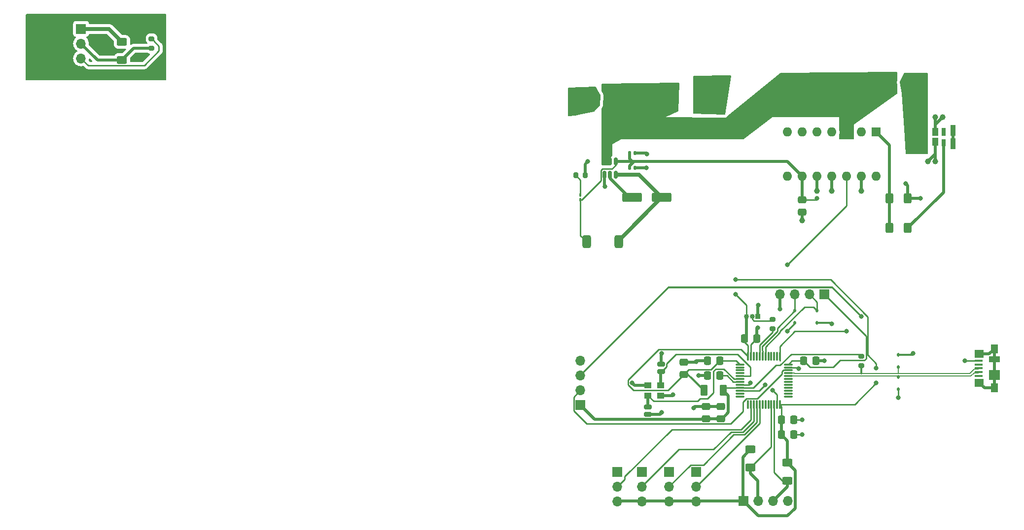
<source format=gbr>
%TF.GenerationSoftware,KiCad,Pcbnew,7.0.8*%
%TF.CreationDate,2025-04-12T00:46:53+05:30*%
%TF.ProjectId,hardware assignement,68617264-7761-4726-9520-61737369676e,rev?*%
%TF.SameCoordinates,Original*%
%TF.FileFunction,Copper,L1,Top*%
%TF.FilePolarity,Positive*%
%FSLAX46Y46*%
G04 Gerber Fmt 4.6, Leading zero omitted, Abs format (unit mm)*
G04 Created by KiCad (PCBNEW 7.0.8) date 2025-04-12 00:46:53*
%MOMM*%
%LPD*%
G01*
G04 APERTURE LIST*
G04 Aperture macros list*
%AMRoundRect*
0 Rectangle with rounded corners*
0 $1 Rounding radius*
0 $2 $3 $4 $5 $6 $7 $8 $9 X,Y pos of 4 corners*
0 Add a 4 corners polygon primitive as box body*
4,1,4,$2,$3,$4,$5,$6,$7,$8,$9,$2,$3,0*
0 Add four circle primitives for the rounded corners*
1,1,$1+$1,$2,$3*
1,1,$1+$1,$4,$5*
1,1,$1+$1,$6,$7*
1,1,$1+$1,$8,$9*
0 Add four rect primitives between the rounded corners*
20,1,$1+$1,$2,$3,$4,$5,0*
20,1,$1+$1,$4,$5,$6,$7,0*
20,1,$1+$1,$6,$7,$8,$9,0*
20,1,$1+$1,$8,$9,$2,$3,0*%
G04 Aperture macros list end*
%TA.AperFunction,ComponentPad*%
%ADD10O,1.700000X1.700000*%
%TD*%
%TA.AperFunction,ComponentPad*%
%ADD11R,1.700000X1.700000*%
%TD*%
%TA.AperFunction,SMDPad,CuDef*%
%ADD12R,1.550000X1.425000*%
%TD*%
%TA.AperFunction,SMDPad,CuDef*%
%ADD13R,1.900000X1.000000*%
%TD*%
%TA.AperFunction,SMDPad,CuDef*%
%ADD14R,1.300000X1.650000*%
%TD*%
%TA.AperFunction,SMDPad,CuDef*%
%ADD15R,1.900000X1.800000*%
%TD*%
%TA.AperFunction,SMDPad,CuDef*%
%ADD16R,1.380000X0.450000*%
%TD*%
%TA.AperFunction,SMDPad,CuDef*%
%ADD17RoundRect,0.250000X0.625000X-0.400000X0.625000X0.400000X-0.625000X0.400000X-0.625000X-0.400000X0*%
%TD*%
%TA.AperFunction,SMDPad,CuDef*%
%ADD18RoundRect,0.250000X-0.475000X0.337500X-0.475000X-0.337500X0.475000X-0.337500X0.475000X0.337500X0*%
%TD*%
%TA.AperFunction,SMDPad,CuDef*%
%ADD19RoundRect,0.250000X0.475000X-0.337500X0.475000X0.337500X-0.475000X0.337500X-0.475000X-0.337500X0*%
%TD*%
%TA.AperFunction,SMDPad,CuDef*%
%ADD20RoundRect,0.200000X-0.275000X0.200000X-0.275000X-0.200000X0.275000X-0.200000X0.275000X0.200000X0*%
%TD*%
%TA.AperFunction,SMDPad,CuDef*%
%ADD21RoundRect,0.250000X-0.400000X-0.625000X0.400000X-0.625000X0.400000X0.625000X-0.400000X0.625000X0*%
%TD*%
%TA.AperFunction,SMDPad,CuDef*%
%ADD22RoundRect,0.250000X-0.625000X0.400000X-0.625000X-0.400000X0.625000X-0.400000X0.625000X0.400000X0*%
%TD*%
%TA.AperFunction,SMDPad,CuDef*%
%ADD23RoundRect,0.375000X0.375000X0.725000X-0.375000X0.725000X-0.375000X-0.725000X0.375000X-0.725000X0*%
%TD*%
%TA.AperFunction,ComponentPad*%
%ADD24C,2.400000*%
%TD*%
%TA.AperFunction,ComponentPad*%
%ADD25R,2.400000X2.400000*%
%TD*%
%TA.AperFunction,SMDPad,CuDef*%
%ADD26RoundRect,0.112500X0.112500X-0.187500X0.112500X0.187500X-0.112500X0.187500X-0.112500X-0.187500X0*%
%TD*%
%TA.AperFunction,SMDPad,CuDef*%
%ADD27RoundRect,0.112500X-0.112500X0.187500X-0.112500X-0.187500X0.112500X-0.187500X0.112500X0.187500X0*%
%TD*%
%TA.AperFunction,SMDPad,CuDef*%
%ADD28RoundRect,0.140000X-0.140000X-0.170000X0.140000X-0.170000X0.140000X0.170000X-0.140000X0.170000X0*%
%TD*%
%TA.AperFunction,SMDPad,CuDef*%
%ADD29RoundRect,0.250000X-1.412500X-0.550000X1.412500X-0.550000X1.412500X0.550000X-1.412500X0.550000X0*%
%TD*%
%TA.AperFunction,ComponentPad*%
%ADD30C,2.000000*%
%TD*%
%TA.AperFunction,SMDPad,CuDef*%
%ADD31R,1.300000X1.000000*%
%TD*%
%TA.AperFunction,ComponentPad*%
%ADD32O,1.600000X1.600000*%
%TD*%
%TA.AperFunction,ComponentPad*%
%ADD33R,1.600000X1.600000*%
%TD*%
%TA.AperFunction,SMDPad,CuDef*%
%ADD34RoundRect,0.150000X-0.150000X0.512500X-0.150000X-0.512500X0.150000X-0.512500X0.150000X0.512500X0*%
%TD*%
%TA.AperFunction,SMDPad,CuDef*%
%ADD35RoundRect,0.075000X-0.662500X-0.075000X0.662500X-0.075000X0.662500X0.075000X-0.662500X0.075000X0*%
%TD*%
%TA.AperFunction,SMDPad,CuDef*%
%ADD36RoundRect,0.075000X-0.075000X-0.662500X0.075000X-0.662500X0.075000X0.662500X-0.075000X0.662500X0*%
%TD*%
%TA.AperFunction,ComponentPad*%
%ADD37O,0.850000X0.850000*%
%TD*%
%TA.AperFunction,ComponentPad*%
%ADD38R,0.850000X0.850000*%
%TD*%
%TA.AperFunction,SMDPad,CuDef*%
%ADD39RoundRect,0.200000X-0.200000X-0.275000X0.200000X-0.275000X0.200000X0.275000X-0.200000X0.275000X0*%
%TD*%
%TA.AperFunction,SMDPad,CuDef*%
%ADD40R,0.900000X1.850000*%
%TD*%
%TA.AperFunction,SMDPad,CuDef*%
%ADD41R,0.650000X1.150000*%
%TD*%
%TA.AperFunction,SMDPad,CuDef*%
%ADD42R,1.000000X1.350000*%
%TD*%
%TA.AperFunction,SMDPad,CuDef*%
%ADD43R,0.650000X1.350000*%
%TD*%
%TA.AperFunction,SMDPad,CuDef*%
%ADD44RoundRect,0.250000X0.362500X0.700000X-0.362500X0.700000X-0.362500X-0.700000X0.362500X-0.700000X0*%
%TD*%
%TA.AperFunction,SMDPad,CuDef*%
%ADD45RoundRect,0.100000X-0.100000X0.217500X-0.100000X-0.217500X0.100000X-0.217500X0.100000X0.217500X0*%
%TD*%
%TA.AperFunction,SMDPad,CuDef*%
%ADD46RoundRect,0.250000X0.337500X0.475000X-0.337500X0.475000X-0.337500X-0.475000X0.337500X-0.475000X0*%
%TD*%
%TA.AperFunction,SMDPad,CuDef*%
%ADD47RoundRect,0.250000X-0.337500X-0.475000X0.337500X-0.475000X0.337500X0.475000X-0.337500X0.475000X0*%
%TD*%
%TA.AperFunction,SMDPad,CuDef*%
%ADD48RoundRect,0.208750X-0.431250X0.208750X-0.431250X-0.208750X0.431250X-0.208750X0.431250X0.208750X0*%
%TD*%
%TA.AperFunction,SMDPad,CuDef*%
%ADD49RoundRect,0.208750X0.431250X-0.208750X0.431250X0.208750X-0.431250X0.208750X-0.431250X-0.208750X0*%
%TD*%
%TA.AperFunction,ViaPad*%
%ADD50C,0.800000*%
%TD*%
%TA.AperFunction,ViaPad*%
%ADD51C,1.000000*%
%TD*%
%TA.AperFunction,Conductor*%
%ADD52C,0.250000*%
%TD*%
%TA.AperFunction,Conductor*%
%ADD53C,0.500000*%
%TD*%
%TA.AperFunction,Conductor*%
%ADD54C,0.300000*%
%TD*%
%TA.AperFunction,Conductor*%
%ADD55C,0.200000*%
%TD*%
%TA.AperFunction,Conductor*%
%ADD56C,0.700000*%
%TD*%
G04 APERTURE END LIST*
D10*
%TO.P,uart,4,Pin_4*%
%TO.N,GND*%
X156220000Y-101600000D03*
%TO.P,uart,3,Pin_3*%
%TO.N,Net-(J9-Pin_3)*%
X153680000Y-101600000D03*
%TO.P,uart,2,Pin_2*%
%TO.N,Net-(J9-Pin_2)*%
X151140000Y-101600000D03*
D11*
%TO.P,uart,1,Pin_1*%
%TO.N,+3.3V*%
X148600000Y-101600000D03*
%TD*%
D10*
%TO.P,I2C,4,Pin_4*%
%TO.N,GND*%
X154930000Y-66040000D03*
%TO.P,I2C,3,Pin_3*%
%TO.N,/SDA*%
X157470000Y-66040000D03*
%TO.P,I2C,2,Pin_2*%
%TO.N,/SCL*%
X160010000Y-66040000D03*
D11*
%TO.P,I2C,1,Pin_1*%
%TO.N,+3.3V*%
X162550000Y-66040000D03*
%TD*%
D12*
%TO.P,usb,6,Shield*%
%TO.N,unconnected-(J5-Shield-Pad6)*%
X189125000Y-76252500D03*
D13*
X191700000Y-77190000D03*
D12*
X189125000Y-81227500D03*
D14*
X191700000Y-82115000D03*
X191700000Y-75365000D03*
D15*
X191700000Y-79890000D03*
D16*
%TO.P,usb,5,GND*%
%TO.N,GND*%
X189040000Y-77440000D03*
%TO.P,usb,4,ID*%
%TO.N,unconnected-(J5-ID-Pad4)*%
X189040000Y-78090000D03*
%TO.P,usb,3,D+*%
%TO.N,/USB_D+*%
X189040000Y-78740000D03*
%TO.P,usb,2,D-*%
%TO.N,/USB_D-*%
X189040000Y-79390000D03*
%TO.P,usb,1,VBUS*%
%TO.N,VBUS*%
X189040000Y-80040000D03*
%TD*%
D10*
%TO.P,Serial,4,Pin_4*%
%TO.N,GND*%
X120650000Y-77460000D03*
%TO.P,Serial,3,Pin_3*%
%TO.N,/SWCLK*%
X120650000Y-80000000D03*
%TO.P,Serial,2,Pin_2*%
%TO.N,/SWDIO*%
X120650000Y-82540000D03*
D11*
%TO.P,Serial,1,Pin_1*%
%TO.N,+3.3VA*%
X120650000Y-85080000D03*
%TD*%
D17*
%TO.P,R3,2*%
%TO.N,Net-(J12-Pin_1)*%
X41910000Y-22580000D03*
%TO.P,R3,1*%
%TO.N,/vout*%
X41910000Y-25680000D03*
%TD*%
D18*
%TO.P,C16,2*%
%TO.N,GND*%
X158750000Y-51837500D03*
%TO.P,C16,1*%
%TO.N,+3.3V*%
X158750000Y-49762500D03*
%TD*%
D19*
%TO.P,C11,2*%
%TO.N,GND*%
X138430000Y-77702500D03*
%TO.P,C11,1*%
%TO.N,+3.3V*%
X138430000Y-79777500D03*
%TD*%
%TO.P,C10,2*%
%TO.N,GND*%
X144780000Y-85322500D03*
%TO.P,C10,1*%
%TO.N,+3.3VA*%
X144780000Y-87397500D03*
%TD*%
D10*
%TO.P,J12,3,Pin_3*%
%TO.N,Net-(J12-Pin_3)*%
X34880000Y-25415000D03*
%TO.P,J12,2,Pin_2*%
%TO.N,/vout*%
X34880000Y-22875000D03*
D11*
%TO.P,J12,1,Pin_1*%
%TO.N,Net-(J12-Pin_1)*%
X34880000Y-20335000D03*
%TD*%
D20*
%TO.P,TH1,2*%
%TO.N,/vout*%
X46990000Y-23685000D03*
%TO.P,TH1,1*%
%TO.N,Net-(J12-Pin_3)*%
X46990000Y-22035000D03*
%TD*%
D21*
%TO.P,R8,2*%
%TO.N,GND*%
X176820000Y-49525000D03*
%TO.P,R8,1*%
%TO.N,Net-(U3-LO)*%
X173720000Y-49525000D03*
%TD*%
%TO.P,R6,2*%
%TO.N,Net-(Q2-G)*%
X176820000Y-54605000D03*
%TO.P,R6,1*%
%TO.N,Net-(U3-LO)*%
X173720000Y-54605000D03*
%TD*%
D22*
%TO.P,R5,2*%
%TO.N,Net-(J9-Pin_3)*%
X156210000Y-98070000D03*
%TO.P,R5,1*%
%TO.N,+3.3V*%
X156210000Y-94970000D03*
%TD*%
%TO.P,R4,2*%
%TO.N,Net-(J9-Pin_2)*%
X149860000Y-95810000D03*
%TO.P,R4,1*%
%TO.N,+3.3V*%
X149860000Y-92710000D03*
%TD*%
D23*
%TO.P,L1,1,1*%
%TO.N,Net-(U2-BST)*%
X127210000Y-56960000D03*
%TO.P,L1,2,2*%
%TO.N,+3.3V*%
X121710000Y-56960000D03*
%TD*%
D24*
%TO.P,J11,2,Pin_2*%
%TO.N,/screw2mos*%
X177020000Y-30480000D03*
D25*
%TO.P,J11,1,Pin_1*%
%TO.N,+36V*%
X173520000Y-30480000D03*
%TD*%
D24*
%TO.P,J10,2,Pin_2*%
%TO.N,GND*%
X122320000Y-32450000D03*
D25*
%TO.P,J10,1,Pin_1*%
%TO.N,+36V*%
X125820000Y-32450000D03*
%TD*%
D10*
%TO.P,J7,3,Pin_3*%
%TO.N,+3.3V*%
X140540000Y-101615000D03*
%TO.P,J7,2,Pin_2*%
%TO.N,Net-(J7-Pin_2)*%
X140540000Y-99075000D03*
D11*
%TO.P,J7,1,Pin_1*%
%TO.N,GND*%
X140540000Y-96535000D03*
%TD*%
D10*
%TO.P,J6,3,Pin_3*%
%TO.N,+3.3V*%
X135890000Y-101615000D03*
%TO.P,J6,2,Pin_2*%
%TO.N,Net-(J6-Pin_2)*%
X135890000Y-99075000D03*
D11*
%TO.P,J6,1,Pin_1*%
%TO.N,GND*%
X135890000Y-96535000D03*
%TD*%
D10*
%TO.P,J3,3,Pin_3*%
%TO.N,+3.3V*%
X131240000Y-101615000D03*
%TO.P,J3,2,Pin_2*%
%TO.N,Net-(J3-Pin_2)*%
X131240000Y-99075000D03*
D11*
%TO.P,J3,1,Pin_1*%
%TO.N,GND*%
X131240000Y-96535000D03*
%TD*%
D10*
%TO.P,J1,3,Pin_3*%
%TO.N,+3.3V*%
X127000000Y-101615000D03*
%TO.P,J1,2,Pin_2*%
%TO.N,Net-(J1-Pin_2)*%
X127000000Y-99075000D03*
D11*
%TO.P,J1,1,Pin_1*%
%TO.N,GND*%
X127000000Y-96535000D03*
%TD*%
D26*
%TO.P,D6,2,A2*%
%TO.N,/SDA*%
X157480000Y-68800000D03*
%TO.P,D6,1,A1*%
%TO.N,GND*%
X157480000Y-70900000D03*
%TD*%
%TO.P,D4,2,A2*%
%TO.N,/SCL*%
X161290000Y-68800000D03*
%TO.P,D4,1,A1*%
%TO.N,GND*%
X161290000Y-70900000D03*
%TD*%
%TO.P,D3,2,A2*%
%TO.N,/USB_D-*%
X175260000Y-80230000D03*
%TO.P,D3,1,A1*%
%TO.N,GND*%
X175260000Y-82330000D03*
%TD*%
D27*
%TO.P,D2,2,A2*%
%TO.N,/USB_D+*%
X175260000Y-78520000D03*
%TO.P,D2,1,A1*%
%TO.N,GND*%
X175260000Y-76420000D03*
%TD*%
D28*
%TO.P,C15,2*%
%TO.N,GND*%
X130020000Y-44260000D03*
%TO.P,C15,1*%
%TO.N,+3.3V*%
X129060000Y-44260000D03*
%TD*%
%TO.P,C14,1*%
%TO.N,+3.3V*%
X129060000Y-41720000D03*
%TO.P,C14,2*%
%TO.N,GND*%
X130020000Y-41720000D03*
%TD*%
D29*
%TO.P,C13,1*%
%TO.N,Net-(U2-SW)*%
X129540000Y-49340000D03*
%TO.P,C13,2*%
%TO.N,Net-(U2-BST)*%
X134615000Y-49340000D03*
%TD*%
D30*
%TO.P,C12,2*%
%TO.N,GND*%
X141790000Y-33020000D03*
%TO.P,C12,1*%
%TO.N,+36V*%
X134290000Y-33020000D03*
%TD*%
D31*
%TO.P,Y1,4,4*%
%TO.N,GND*%
X134450000Y-83450000D03*
%TO.P,Y1,3,3*%
%TO.N,/HSE_OUT*%
X132250000Y-83450000D03*
%TO.P,Y1,2,2*%
%TO.N,GND*%
X132250000Y-81650000D03*
%TO.P,Y1,1,1*%
%TO.N,/HSE_IN*%
X134450000Y-81650000D03*
%TD*%
D32*
%TO.P,U3,14,NC*%
%TO.N,unconnected-(U3-NC-Pad14)*%
X171450000Y-45720000D03*
%TO.P,U3,13,VSS*%
%TO.N,GND*%
X168910000Y-45720000D03*
%TO.P,U3,12,LIN*%
%TO.N,PWM_pin*%
X166370000Y-45720000D03*
%TO.P,U3,11,SD*%
%TO.N,GND*%
X163830000Y-45720000D03*
%TO.P,U3,10,HIN*%
X161290000Y-45720000D03*
%TO.P,U3,9,VDD*%
%TO.N,+3.3V*%
X158750000Y-45720000D03*
%TO.P,U3,8,NC*%
%TO.N,unconnected-(U3-NC-Pad8)*%
X156210000Y-45720000D03*
%TO.P,U3,7,HO*%
%TO.N,unconnected-(U3-HO-Pad7)*%
X156210000Y-38100000D03*
%TO.P,U3,6,VB*%
%TO.N,unconnected-(U3-VB-Pad6)*%
X158750000Y-38100000D03*
%TO.P,U3,5,VS*%
%TO.N,GND*%
X161290000Y-38100000D03*
%TO.P,U3,4,NC*%
%TO.N,unconnected-(U3-NC-Pad4)*%
X163830000Y-38100000D03*
%TO.P,U3,3,VCC*%
%TO.N,+36V*%
X166370000Y-38100000D03*
%TO.P,U3,2,COM*%
%TO.N,GND*%
X168910000Y-38100000D03*
D33*
%TO.P,U3,1,LO*%
%TO.N,Net-(U3-LO)*%
X171450000Y-38100000D03*
%TD*%
D34*
%TO.P,U2,6,BST*%
%TO.N,Net-(U2-BST)*%
X126680000Y-45397500D03*
%TO.P,U2,5,SW*%
%TO.N,Net-(U2-SW)*%
X125730000Y-45397500D03*
%TO.P,U2,4,GND*%
%TO.N,GND*%
X124780000Y-45397500D03*
%TO.P,U2,3,IN*%
%TO.N,+36V*%
X124780000Y-43122500D03*
%TO.P,U2,2,EN*%
X125730000Y-43122500D03*
%TO.P,U2,1,FB*%
%TO.N,+3.3V*%
X126680000Y-43122500D03*
%TD*%
D35*
%TO.P,U1,1,VBAT*%
%TO.N,+3.3V*%
X148005000Y-78080000D03*
%TO.P,U1,2,PC13*%
%TO.N,unconnected-(U1-PC13-Pad2)*%
X148005000Y-78580000D03*
%TO.P,U1,3,PC14*%
%TO.N,unconnected-(U1-PC14-Pad3)*%
X148005000Y-79080000D03*
%TO.P,U1,4,PC15*%
%TO.N,unconnected-(U1-PC15-Pad4)*%
X148005000Y-79580000D03*
%TO.P,U1,5,PD0*%
%TO.N,/HSE_IN*%
X148005000Y-80080000D03*
%TO.P,U1,6,PD1*%
%TO.N,/HSE_OUT*%
X148005000Y-80580000D03*
%TO.P,U1,7,NRST*%
%TO.N,/NRST*%
X148005000Y-81080000D03*
%TO.P,U1,8,VSSA*%
%TO.N,GND*%
X148005000Y-81580000D03*
%TO.P,U1,9,VDDA*%
%TO.N,+3.3VA*%
X148005000Y-82080000D03*
%TO.P,U1,10,PA0*%
%TO.N,PWM_pin*%
X148005000Y-82580000D03*
%TO.P,U1,11,PA1*%
%TO.N,unconnected-(U1-PA1-Pad11)*%
X148005000Y-83080000D03*
%TO.P,U1,12,PA2*%
%TO.N,unconnected-(U1-PA2-Pad12)*%
X148005000Y-83580000D03*
D36*
%TO.P,U1,13,PA3*%
%TO.N,unconnected-(U1-PA3-Pad13)*%
X149417500Y-84992500D03*
%TO.P,U1,14,PA4*%
%TO.N,Net-(J1-Pin_2)*%
X149917500Y-84992500D03*
%TO.P,U1,15,PA5*%
%TO.N,Net-(J3-Pin_2)*%
X150417500Y-84992500D03*
%TO.P,U1,16,PA6*%
%TO.N,Net-(J6-Pin_2)*%
X150917500Y-84992500D03*
%TO.P,U1,17,PA7*%
%TO.N,Net-(J7-Pin_2)*%
X151417500Y-84992500D03*
%TO.P,U1,18,PB0*%
%TO.N,unconnected-(U1-PB0-Pad18)*%
X151917500Y-84992500D03*
%TO.P,U1,19,PB1*%
%TO.N,unconnected-(U1-PB1-Pad19)*%
X152417500Y-84992500D03*
%TO.P,U1,20,PB2*%
%TO.N,unconnected-(U1-PB2-Pad20)*%
X152917500Y-84992500D03*
%TO.P,U1,21,PB10*%
%TO.N,Net-(J9-Pin_2)*%
X153417500Y-84992500D03*
%TO.P,U1,22,PB11*%
%TO.N,Net-(J9-Pin_3)*%
X153917500Y-84992500D03*
%TO.P,U1,23,VSS*%
%TO.N,GND*%
X154417500Y-84992500D03*
%TO.P,U1,24,VDD*%
%TO.N,+3.3V*%
X154917500Y-84992500D03*
D35*
%TO.P,U1,25,PB12*%
%TO.N,unconnected-(U1-PB12-Pad25)*%
X156330000Y-83580000D03*
%TO.P,U1,26,PB13*%
%TO.N,unconnected-(U1-PB13-Pad26)*%
X156330000Y-83080000D03*
%TO.P,U1,27,PB14*%
%TO.N,unconnected-(U1-PB14-Pad27)*%
X156330000Y-82580000D03*
%TO.P,U1,28,PB15*%
%TO.N,unconnected-(U1-PB15-Pad28)*%
X156330000Y-82080000D03*
%TO.P,U1,29,PA8*%
%TO.N,unconnected-(U1-PA8-Pad29)*%
X156330000Y-81580000D03*
%TO.P,U1,30,PA9*%
%TO.N,unconnected-(U1-PA9-Pad30)*%
X156330000Y-81080000D03*
%TO.P,U1,31,PA10*%
%TO.N,unconnected-(U1-PA10-Pad31)*%
X156330000Y-80580000D03*
%TO.P,U1,32,PA11*%
%TO.N,/USB_D-*%
X156330000Y-80080000D03*
%TO.P,U1,33,PA12*%
%TO.N,/USB_D+*%
X156330000Y-79580000D03*
%TO.P,U1,34,PA13*%
%TO.N,/SWDIO*%
X156330000Y-79080000D03*
%TO.P,U1,35,VSS*%
%TO.N,GND*%
X156330000Y-78580000D03*
%TO.P,U1,36,VDD*%
%TO.N,+3.3V*%
X156330000Y-78080000D03*
D36*
%TO.P,U1,37,PA14*%
%TO.N,/SWCLK*%
X154917500Y-76667500D03*
%TO.P,U1,38,PA15*%
%TO.N,unconnected-(U1-PA15-Pad38)*%
X154417500Y-76667500D03*
%TO.P,U1,39,PB3*%
%TO.N,unconnected-(U1-PB3-Pad39)*%
X153917500Y-76667500D03*
%TO.P,U1,40,PB4*%
%TO.N,unconnected-(U1-PB4-Pad40)*%
X153417500Y-76667500D03*
%TO.P,U1,41,PB5*%
%TO.N,unconnected-(U1-PB5-Pad41)*%
X152917500Y-76667500D03*
%TO.P,U1,42,PB6*%
%TO.N,/SCL*%
X152417500Y-76667500D03*
%TO.P,U1,43,PB7*%
%TO.N,/SDA*%
X151917500Y-76667500D03*
%TO.P,U1,44,BOOT0*%
%TO.N,/BOOT0*%
X151417500Y-76667500D03*
%TO.P,U1,45,PB8*%
%TO.N,unconnected-(U1-PB8-Pad45)*%
X150917500Y-76667500D03*
%TO.P,U1,46,PB9*%
%TO.N,unconnected-(U1-PB9-Pad46)*%
X150417500Y-76667500D03*
%TO.P,U1,47,VSS*%
%TO.N,GND*%
X149917500Y-76667500D03*
%TO.P,U1,48,VDD*%
%TO.N,+3.3V*%
X149417500Y-76667500D03*
%TD*%
D37*
%TO.P,SW1,3,C*%
%TO.N,+3.3V*%
X149130000Y-69850000D03*
%TO.P,SW1,2,B*%
%TO.N,/sw_boot0*%
X150130000Y-69850000D03*
D38*
%TO.P,SW1,1,A*%
%TO.N,GND*%
X151130000Y-69850000D03*
%TD*%
D39*
%TO.P,R7,2*%
%TO.N,GND*%
X121475000Y-45530000D03*
%TO.P,R7,1*%
%TO.N,Net-(D1-K)*%
X119825000Y-45530000D03*
%TD*%
D20*
%TO.P,R2,2*%
%TO.N,/USB_D+*%
X168910000Y-78295000D03*
%TO.P,R2,1*%
%TO.N,+3.3VA*%
X168910000Y-76645000D03*
%TD*%
%TO.P,R1,2*%
%TO.N,/BOOT0*%
X153670000Y-71945000D03*
%TO.P,R1,1*%
%TO.N,/sw_boot0*%
X153670000Y-70295000D03*
%TD*%
D40*
%TO.P,Q2,1,D*%
%TO.N,/screw2mos*%
X184635000Y-40125000D03*
X178235000Y-37775000D03*
X184635000Y-37775000D03*
X178235000Y-40125000D03*
D41*
%TO.P,Q2,2,G*%
%TO.N,Net-(Q2-G)*%
X182985000Y-39900000D03*
D42*
%TO.P,Q2,3,S*%
%TO.N,GND*%
X181610000Y-39800000D03*
X181610000Y-38100000D03*
D43*
X182985000Y-38100000D03*
%TD*%
D44*
%TO.P,FB1,2*%
%TO.N,+3.3V*%
X141847500Y-82550000D03*
%TO.P,FB1,1*%
%TO.N,+3.3VA*%
X145172500Y-82550000D03*
%TD*%
D45*
%TO.P,D1,1,K*%
%TO.N,Net-(D1-K)*%
X120650000Y-48932500D03*
%TO.P,D1,2,A*%
%TO.N,+3.3V*%
X120650000Y-49747500D03*
%TD*%
D19*
%TO.P,C9,2*%
%TO.N,GND*%
X142240000Y-85322500D03*
%TO.P,C9,1*%
%TO.N,+3.3VA*%
X142240000Y-87397500D03*
%TD*%
D46*
%TO.P,C8,2*%
%TO.N,GND*%
X142472500Y-77470000D03*
%TO.P,C8,1*%
%TO.N,+3.3V*%
X144547500Y-77470000D03*
%TD*%
D47*
%TO.P,C7,1*%
%TO.N,+3.3V*%
X148822500Y-73660000D03*
%TO.P,C7,2*%
%TO.N,GND*%
X150897500Y-73660000D03*
%TD*%
%TO.P,C6,2*%
%TO.N,GND*%
X161057500Y-77470000D03*
%TO.P,C6,1*%
%TO.N,+3.3V*%
X158982500Y-77470000D03*
%TD*%
D48*
%TO.P,C5,2*%
%TO.N,GND*%
X132233229Y-86661316D03*
%TO.P,C5,1*%
%TO.N,/HSE_OUT*%
X132233229Y-85406316D03*
%TD*%
D47*
%TO.P,C4,2*%
%TO.N,GND*%
X157247500Y-90170000D03*
%TO.P,C4,1*%
%TO.N,+3.3V*%
X155172500Y-90170000D03*
%TD*%
%TO.P,C3,2*%
%TO.N,GND*%
X157247500Y-87630000D03*
%TO.P,C3,1*%
%TO.N,+3.3V*%
X155172500Y-87630000D03*
%TD*%
D49*
%TO.P,C2,2*%
%TO.N,GND*%
X134462072Y-78017558D03*
%TO.P,C2,1*%
%TO.N,/HSE_IN*%
X134462072Y-79272558D03*
%TD*%
D46*
%TO.P,C1,2*%
%TO.N,GND*%
X142472500Y-80010000D03*
%TO.P,C1,1*%
%TO.N,/NRST*%
X144547500Y-80010000D03*
%TD*%
D50*
%TO.N,GND*%
X149860000Y-81280000D03*
X175260000Y-83820000D03*
X132080000Y-41910000D03*
X131992750Y-44268376D03*
X124856994Y-47491799D03*
D51*
X182880000Y-35560000D03*
X180340000Y-43180000D03*
D50*
X140970000Y-80010000D03*
X158126658Y-78762225D03*
X121920000Y-43180000D03*
D51*
X119380000Y-34290000D03*
X119380000Y-33020000D03*
X119380000Y-31750000D03*
X144780000Y-29210000D03*
X143510000Y-29210000D03*
X142240000Y-29210000D03*
X161290000Y-48260000D03*
X163830000Y-48260000D03*
X168910000Y-48260000D03*
X158750000Y-53340000D03*
X181610000Y-35560000D03*
X181610000Y-43180000D03*
D50*
X176530000Y-46990000D03*
X179070000Y-49530000D03*
X140065445Y-85549273D03*
X163830000Y-71120000D03*
X156210000Y-72390000D03*
X154940000Y-68580000D03*
X151211070Y-67900557D03*
X151083494Y-71740597D03*
X140547490Y-77625835D03*
X134620000Y-76200000D03*
X129540000Y-81280000D03*
X136515122Y-83300227D03*
X134620000Y-86360000D03*
X158750000Y-90170000D03*
X158750000Y-87630000D03*
X153670000Y-82550000D03*
X162560000Y-77470000D03*
X177800000Y-76200000D03*
X186690000Y-77470000D03*
%TO.N,+3.3V*%
X147320000Y-66040000D03*
X147320000Y-63500000D03*
X171450000Y-81280000D03*
X171450000Y-78740000D03*
X161290000Y-49530000D03*
%TO.N,PWM_pin*%
X156210000Y-60960000D03*
X152329505Y-81595897D03*
%TO.N,/SWCLK*%
X166370000Y-72390000D03*
X168910000Y-69850000D03*
%TD*%
D52*
%TO.N,+3.3VA*%
X154940000Y-78166814D02*
X154243186Y-78166814D01*
%TO.N,/SWDIO*%
X155267500Y-79682500D02*
X155267500Y-79339314D01*
X148590000Y-84516814D02*
X149176814Y-83930000D01*
%TO.N,+3.3VA*%
X145642500Y-82080000D02*
X145172500Y-82550000D01*
%TO.N,+3.3V*%
X128815000Y-80735000D02*
X128815000Y-81624620D01*
X120850000Y-49747500D02*
X120650000Y-49747500D01*
%TO.N,Net-(J12-Pin_3)*%
X48260000Y-24130000D02*
X48260000Y-23305000D01*
D53*
%TO.N,+3.3V*%
X156210000Y-104140000D02*
X157535000Y-102815000D01*
D54*
X139075000Y-79777500D02*
X138430000Y-79777500D01*
D52*
%TO.N,/HSE_IN*%
X149860000Y-80010000D02*
X149790000Y-80080000D01*
X135427072Y-78447396D02*
X135427072Y-77932928D01*
%TO.N,+3.3V*%
X165200000Y-77370000D02*
X164050000Y-78520000D01*
X160032500Y-78520000D02*
X158982500Y-77470000D01*
X169710000Y-77062462D02*
X169402462Y-77370000D01*
X169710000Y-76200000D02*
X169945000Y-76435000D01*
X126680000Y-43785000D02*
X126680000Y-43122500D01*
X124155000Y-44688248D02*
X124433248Y-44410000D01*
D53*
X129060000Y-42700000D02*
X129540000Y-43180000D01*
X127680000Y-43180000D02*
X127622500Y-43122500D01*
X156210000Y-91207500D02*
X155172500Y-90170000D01*
X148535000Y-101535000D02*
X148600000Y-101600000D01*
D52*
%TO.N,Net-(J9-Pin_3)*%
X156210000Y-98070000D02*
X155335000Y-98070000D01*
D53*
%TO.N,Net-(J9-Pin_2)*%
X149860000Y-95810000D02*
X149860000Y-96800000D01*
D52*
%TO.N,Net-(J1-Pin_2)*%
X149917500Y-87572500D02*
X148220000Y-89270000D01*
X128270000Y-97345380D02*
X128270000Y-97805000D01*
%TO.N,Net-(J3-Pin_2)*%
X148590000Y-89720000D02*
X146500000Y-89720000D01*
%TO.N,Net-(J6-Pin_2)*%
X141741593Y-95360000D02*
X139555380Y-95360000D01*
X148808604Y-90170000D02*
X146931593Y-90170000D01*
%TO.N,/SDA*%
X157470000Y-68790000D02*
X157480000Y-68800000D01*
%TO.N,/SCL*%
X154940000Y-72390000D02*
X154940000Y-72528858D01*
%TO.N,/SDA*%
X151867500Y-75667500D02*
X151917500Y-75717500D01*
X154470000Y-71810000D02*
X154470000Y-72362462D01*
X151902462Y-74930000D02*
X151889570Y-74930000D01*
%TO.N,/HSE_OUT*%
X143510000Y-79245050D02*
X143920050Y-78835000D01*
X140745050Y-84400000D02*
X141195050Y-83950000D01*
D53*
%TO.N,+3.3VA*%
X142240000Y-87397500D02*
X142108684Y-87528816D01*
X144780000Y-87397500D02*
X145012500Y-87397500D01*
%TO.N,+3.3V*%
X149130000Y-73352500D02*
X148822500Y-73660000D01*
%TO.N,/HSE_IN*%
X134450000Y-79284630D02*
X134462072Y-79272558D01*
D55*
%TO.N,/USB_D-*%
X157461251Y-80055000D02*
X157436251Y-80080000D01*
%TO.N,/USB_D+*%
X157461251Y-79605000D02*
X157436251Y-79580000D01*
D52*
%TO.N,+3.3V*%
X154917500Y-85067500D02*
X154917500Y-84992500D01*
%TO.N,GND*%
X149560000Y-81580000D02*
X149860000Y-81280000D01*
X148005000Y-81580000D02*
X149560000Y-81580000D01*
%TO.N,+3.3VA*%
X154243186Y-78166814D02*
X150330000Y-82080000D01*
X156811814Y-76295000D02*
X154940000Y-78166814D01*
X150330000Y-82080000D02*
X148005000Y-82080000D01*
X168910000Y-76645000D02*
X168560000Y-76295000D01*
X168560000Y-76295000D02*
X156811814Y-76295000D01*
%TO.N,PWM_pin*%
X151345402Y-82580000D02*
X148005000Y-82580000D01*
X152329505Y-81595897D02*
X151345402Y-82580000D01*
%TO.N,/SWDIO*%
X155526814Y-79080000D02*
X156330000Y-79080000D01*
X151020000Y-83930000D02*
X155267500Y-79682500D01*
X149176814Y-83930000D02*
X151020000Y-83930000D01*
X148590000Y-86173186D02*
X148590000Y-84516814D01*
X119475000Y-86064620D02*
X121720380Y-88310000D01*
X155267500Y-79339314D02*
X155526814Y-79080000D01*
X121720380Y-88310000D02*
X146453186Y-88310000D01*
X146453186Y-88310000D02*
X148590000Y-86173186D01*
X120650000Y-82540000D02*
X119475000Y-83715000D01*
X119475000Y-83715000D02*
X119475000Y-86064620D01*
%TO.N,+3.3VA*%
X148005000Y-82080000D02*
X145642500Y-82080000D01*
%TO.N,/NRST*%
X146888642Y-81080000D02*
X145818642Y-80010000D01*
X145818642Y-80010000D02*
X144547500Y-80010000D01*
X148005000Y-81080000D02*
X146888642Y-81080000D01*
D53*
%TO.N,unconnected-(J5-Shield-Pad6)*%
X190012500Y-82115000D02*
X189125000Y-81227500D01*
X191700000Y-82115000D02*
X190012500Y-82115000D01*
X191700000Y-75365000D02*
X191700000Y-82115000D01*
X190812500Y-76252500D02*
X191700000Y-75365000D01*
X189125000Y-76252500D02*
X190812500Y-76252500D01*
D52*
%TO.N,+3.3V*%
X135657500Y-82550000D02*
X138430000Y-79777500D01*
X129740380Y-82550000D02*
X135657500Y-82550000D01*
X128815000Y-81624620D02*
X129740380Y-82550000D01*
X148225000Y-75475000D02*
X134075000Y-75475000D01*
X149417500Y-76667500D02*
X148225000Y-75475000D01*
X134075000Y-75475000D02*
X128815000Y-80735000D01*
%TO.N,GND*%
X175260000Y-83820000D02*
X175260000Y-82330000D01*
X149917500Y-76667500D02*
X149917500Y-74640000D01*
X149917500Y-74640000D02*
X150897500Y-73660000D01*
%TO.N,+3.3V*%
X124155000Y-46442500D02*
X120850000Y-49747500D01*
X120650000Y-55900000D02*
X120650000Y-49747500D01*
X121710000Y-56960000D02*
X120650000Y-55900000D01*
D56*
%TO.N,Net-(J12-Pin_1)*%
X39665000Y-20335000D02*
X41910000Y-22580000D01*
X34880000Y-20335000D02*
X39665000Y-20335000D01*
D52*
%TO.N,Net-(J12-Pin_3)*%
X48260000Y-23305000D02*
X47396586Y-22441586D01*
X36120000Y-26655000D02*
X45735000Y-26655000D01*
X45735000Y-26655000D02*
X48260000Y-24130000D01*
X34880000Y-25415000D02*
X36120000Y-26655000D01*
D53*
%TO.N,Net-(J12-Pin_1)*%
X41910000Y-22580000D02*
X42190000Y-22580000D01*
%TO.N,/vout*%
X37685000Y-25680000D02*
X34880000Y-22875000D01*
X41910000Y-25680000D02*
X37685000Y-25680000D01*
X43905000Y-23685000D02*
X41910000Y-25680000D01*
X46990000Y-23685000D02*
X43905000Y-23685000D01*
%TO.N,+3.3V*%
X157535000Y-96295000D02*
X156210000Y-94970000D01*
X157535000Y-102815000D02*
X157535000Y-96295000D01*
X148600000Y-101600000D02*
X151140000Y-104140000D01*
X151140000Y-104140000D02*
X156210000Y-104140000D01*
D52*
X169710000Y-73200000D02*
X169710000Y-76200000D01*
X162550000Y-66040000D02*
X169710000Y-73200000D01*
D53*
%TO.N,GND*%
X161290000Y-48260000D02*
X161290000Y-45720000D01*
X163830000Y-48260000D02*
X163830000Y-45720000D01*
X124780000Y-47414805D02*
X124856994Y-47491799D01*
X124780000Y-45397500D02*
X124780000Y-47414805D01*
X131890000Y-41720000D02*
X132080000Y-41910000D01*
X130020000Y-41720000D02*
X131890000Y-41720000D01*
X131984374Y-44260000D02*
X131992750Y-44268376D01*
X130020000Y-44260000D02*
X131984374Y-44260000D01*
X121475000Y-43625000D02*
X121920000Y-43180000D01*
X121475000Y-45530000D02*
X121475000Y-43625000D01*
X158750000Y-51837500D02*
X158750000Y-53340000D01*
X168910000Y-48260000D02*
X168910000Y-45720000D01*
X181610000Y-36830000D02*
X181610000Y-35560000D01*
X181610000Y-38100000D02*
X181610000Y-36830000D01*
X181610000Y-36830000D02*
X182880000Y-35560000D01*
X181610000Y-41910000D02*
X180340000Y-43180000D01*
X181610000Y-39800000D02*
X181610000Y-41910000D01*
X181610000Y-39800000D02*
X181610000Y-43180000D01*
X176820000Y-47280000D02*
X176530000Y-46990000D01*
X176820000Y-49525000D02*
X176820000Y-47280000D01*
X179065000Y-49525000D02*
X179070000Y-49530000D01*
X176820000Y-49525000D02*
X179065000Y-49525000D01*
X144780000Y-85322500D02*
X142240000Y-85322500D01*
X154940000Y-66050000D02*
X154930000Y-66040000D01*
X154940000Y-68580000D02*
X154940000Y-66050000D01*
X151130000Y-67981627D02*
X151211070Y-67900557D01*
X151130000Y-69850000D02*
X151130000Y-67981627D01*
X150897500Y-71926591D02*
X151083494Y-71740597D01*
X150897500Y-73660000D02*
X150897500Y-71926591D01*
D54*
X161290000Y-70900000D02*
X163610000Y-70900000D01*
X163610000Y-70900000D02*
X163830000Y-71120000D01*
X157480000Y-71120000D02*
X156210000Y-72390000D01*
X157480000Y-70900000D02*
X157480000Y-71120000D01*
X177580000Y-76420000D02*
X177800000Y-76200000D01*
X175260000Y-76420000D02*
X177580000Y-76420000D01*
D53*
X142472500Y-80010000D02*
X140970000Y-80010000D01*
X140703325Y-77470000D02*
X140547490Y-77625835D01*
X142472500Y-77470000D02*
X140703325Y-77470000D01*
X140470825Y-77702500D02*
X140547490Y-77625835D01*
X138430000Y-77702500D02*
X140470825Y-77702500D01*
X134462072Y-76357928D02*
X134620000Y-76200000D01*
X134462072Y-78017558D02*
X134462072Y-76357928D01*
X129910000Y-81650000D02*
X129540000Y-81280000D01*
X132250000Y-81650000D02*
X129910000Y-81650000D01*
X136365349Y-83450000D02*
X136515122Y-83300227D01*
X134450000Y-83450000D02*
X136365349Y-83450000D01*
X134318684Y-86661316D02*
X134620000Y-86360000D01*
X132233229Y-86661316D02*
X134318684Y-86661316D01*
X140292218Y-85322500D02*
X140065445Y-85549273D01*
X142240000Y-85322500D02*
X140292218Y-85322500D01*
X161057500Y-77470000D02*
X162560000Y-77470000D01*
D52*
X157944433Y-78580000D02*
X158126658Y-78762225D01*
X156330000Y-78580000D02*
X157944433Y-78580000D01*
X154417500Y-83297500D02*
X153670000Y-82550000D01*
X154417500Y-84992500D02*
X154417500Y-83297500D01*
X157247500Y-87630000D02*
X158750000Y-87630000D01*
X157247500Y-90170000D02*
X158750000Y-90170000D01*
X186720000Y-77440000D02*
X186690000Y-77470000D01*
X189040000Y-77440000D02*
X186720000Y-77440000D01*
%TO.N,+3.3V*%
X139247500Y-78960000D02*
X143057500Y-78960000D01*
X138430000Y-79777500D02*
X139247500Y-78960000D01*
X143057500Y-78960000D02*
X144547500Y-77470000D01*
D54*
X141847500Y-82550000D02*
X139075000Y-79777500D01*
D52*
%TO.N,/HSE_IN*%
X149790000Y-80080000D02*
X148005000Y-80080000D01*
X149860000Y-78522500D02*
X149860000Y-80010000D01*
X147632500Y-76295000D02*
X149860000Y-78522500D01*
X134601910Y-79272558D02*
X135427072Y-78447396D01*
X135427072Y-77932928D02*
X137065000Y-76295000D01*
X134462072Y-79272558D02*
X134601910Y-79272558D01*
X137065000Y-76295000D02*
X147632500Y-76295000D01*
%TO.N,+3.3V*%
X169402462Y-77370000D02*
X165200000Y-77370000D01*
X164050000Y-78520000D02*
X160032500Y-78520000D01*
X169710000Y-76200000D02*
X169710000Y-77062462D01*
X149130000Y-67850000D02*
X149130000Y-69850000D01*
X147320000Y-66040000D02*
X149130000Y-67850000D01*
X163585305Y-63500000D02*
X147320000Y-63500000D01*
X169945000Y-69859695D02*
X163585305Y-63500000D01*
X169945000Y-76435000D02*
X169945000Y-69859695D01*
X169945000Y-76435000D02*
X171450000Y-77940000D01*
X167737500Y-84992500D02*
X154917500Y-84992500D01*
X171450000Y-81280000D02*
X167737500Y-84992500D01*
X171450000Y-77940000D02*
X171450000Y-78740000D01*
D53*
%TO.N,/screw2mos*%
X178235000Y-37775000D02*
X178235000Y-40125000D01*
X184635000Y-37775000D02*
X184635000Y-40125000D01*
D52*
%TO.N,+3.3V*%
X161057500Y-49762500D02*
X158750000Y-49762500D01*
X161290000Y-49530000D02*
X161057500Y-49762500D01*
%TO.N,PWM_pin*%
X156210000Y-60960000D02*
X166370000Y-50800000D01*
X166370000Y-50800000D02*
X166370000Y-45720000D01*
D53*
%TO.N,Net-(Q2-G)*%
X182985000Y-48440000D02*
X176820000Y-54605000D01*
X182985000Y-39900000D02*
X182985000Y-48440000D01*
D56*
%TO.N,Net-(U2-BST)*%
X134615000Y-49340000D02*
X127210000Y-56745000D01*
X127210000Y-56745000D02*
X127210000Y-56960000D01*
X134615000Y-49340000D02*
X130672500Y-45397500D01*
X130672500Y-45397500D02*
X126680000Y-45397500D01*
D53*
%TO.N,Net-(U2-SW)*%
X129010000Y-49340000D02*
X129540000Y-49340000D01*
X125730000Y-46060000D02*
X129010000Y-49340000D01*
X125730000Y-45397500D02*
X125730000Y-46060000D01*
D52*
%TO.N,+3.3V*%
X126055000Y-44410000D02*
X126680000Y-43785000D01*
X124433248Y-44410000D02*
X126055000Y-44410000D01*
X124155000Y-46442500D02*
X124155000Y-44688248D01*
D53*
X129060000Y-41720000D02*
X129060000Y-42700000D01*
X129540000Y-43180000D02*
X127680000Y-43180000D01*
X156210000Y-43180000D02*
X129540000Y-43180000D01*
X127622500Y-43122500D02*
X126680000Y-43122500D01*
%TO.N,+36V*%
X124780000Y-43122500D02*
X125730000Y-43122500D01*
D52*
%TO.N,Net-(D1-K)*%
X120650000Y-46355000D02*
X119825000Y-45530000D01*
X120650000Y-48932500D02*
X120650000Y-46355000D01*
D53*
%TO.N,+3.3V*%
X129060000Y-43950000D02*
X129060000Y-44260000D01*
X158750000Y-45720000D02*
X156210000Y-43180000D01*
X129830000Y-43180000D02*
X129060000Y-43950000D01*
X158750000Y-49762500D02*
X158750000Y-45720000D01*
%TO.N,Net-(U3-LO)*%
X173720000Y-40370000D02*
X171450000Y-38100000D01*
X173720000Y-49525000D02*
X173720000Y-40370000D01*
X173720000Y-54605000D02*
X173720000Y-49525000D01*
D52*
%TO.N,/SWCLK*%
X154917500Y-74952500D02*
X154917500Y-76667500D01*
X157480000Y-72390000D02*
X154917500Y-74952500D01*
X166370000Y-72390000D02*
X157480000Y-72390000D01*
D54*
X163900000Y-64840000D02*
X168910000Y-69850000D01*
X135810000Y-64840000D02*
X163900000Y-64840000D01*
X120650000Y-80000000D02*
X135810000Y-64840000D01*
D53*
%TO.N,+3.3V*%
X156210000Y-94970000D02*
X156210000Y-91207500D01*
X148535000Y-94035000D02*
X148535000Y-101535000D01*
X149860000Y-92710000D02*
X148535000Y-94035000D01*
D52*
%TO.N,Net-(J9-Pin_3)*%
X153917500Y-96652500D02*
X153917500Y-84992500D01*
X155335000Y-98070000D02*
X153917500Y-96652500D01*
%TO.N,Net-(J9-Pin_2)*%
X153417500Y-92252500D02*
X153417500Y-84992500D01*
X149860000Y-95810000D02*
X153417500Y-92252500D01*
D53*
%TO.N,Net-(J9-Pin_3)*%
X156210000Y-99070000D02*
X153680000Y-101600000D01*
X156210000Y-98070000D02*
X156210000Y-99070000D01*
%TO.N,Net-(J9-Pin_2)*%
X149860000Y-96800000D02*
X151130000Y-98070000D01*
%TO.N,+3.3V*%
X127015000Y-101600000D02*
X127000000Y-101615000D01*
X148600000Y-101600000D02*
X127015000Y-101600000D01*
D52*
%TO.N,Net-(J1-Pin_2)*%
X128270000Y-97805000D02*
X127000000Y-99075000D01*
X148220000Y-89270000D02*
X136345380Y-89270000D01*
X136345380Y-89270000D02*
X128270000Y-97345380D01*
X149917500Y-84992500D02*
X149917500Y-87572500D01*
%TO.N,Net-(J3-Pin_2)*%
X131240000Y-99025380D02*
X131240000Y-99075000D01*
X146500000Y-89720000D02*
X143510000Y-92710000D01*
X143510000Y-92710000D02*
X137555380Y-92710000D01*
X137555380Y-92710000D02*
X131240000Y-99025380D01*
X150417500Y-84992500D02*
X150417500Y-87892500D01*
X150417500Y-87892500D02*
X148590000Y-89720000D01*
%TO.N,Net-(J6-Pin_2)*%
X139555380Y-95360000D02*
X135890000Y-99025380D01*
X135890000Y-99025380D02*
X135890000Y-99075000D01*
X150917500Y-88061104D02*
X148808604Y-90170000D01*
X146931593Y-90170000D02*
X141741593Y-95360000D01*
X150917500Y-84992500D02*
X150917500Y-88061104D01*
%TO.N,Net-(J7-Pin_2)*%
X151417500Y-88197500D02*
X140540000Y-99075000D01*
X151417500Y-84992500D02*
X151417500Y-88197500D01*
%TO.N,/SDA*%
X157470000Y-66040000D02*
X157470000Y-68790000D01*
%TO.N,/SCL*%
X161290000Y-67320000D02*
X161290000Y-68800000D01*
X160010000Y-66040000D02*
X161290000Y-67320000D01*
X159155000Y-68175000D02*
X154940000Y-72390000D01*
X160665000Y-68175000D02*
X159155000Y-68175000D01*
X161290000Y-68800000D02*
X160665000Y-68175000D01*
X154940000Y-72528858D02*
X152417500Y-75051358D01*
X152417500Y-75051358D02*
X152417500Y-76667500D01*
%TO.N,/SDA*%
X151917500Y-75717500D02*
X151917500Y-76667500D01*
X151867500Y-74952070D02*
X151867500Y-75667500D01*
X151889570Y-74930000D02*
X151867500Y-74952070D01*
X157480000Y-68800000D02*
X154470000Y-71810000D01*
X154470000Y-72362462D02*
X151902462Y-74930000D01*
%TO.N,/BOOT0*%
X151417500Y-74765674D02*
X153670000Y-72513174D01*
X151417500Y-76667500D02*
X151417500Y-74765674D01*
X153670000Y-72513174D02*
X153670000Y-71945000D01*
X153670000Y-71945000D02*
X153670000Y-72390000D01*
%TO.N,+3.3V*%
X144547500Y-77470000D02*
X144547500Y-77571154D01*
%TO.N,/HSE_OUT*%
X147025038Y-80580000D02*
X148005000Y-80580000D01*
X145280038Y-78835000D02*
X147025038Y-80580000D01*
X143920050Y-78835000D02*
X145280038Y-78835000D01*
X142499950Y-83950000D02*
X143510000Y-82939950D01*
X143510000Y-82939950D02*
X143510000Y-79245050D01*
X133200000Y-84400000D02*
X140745050Y-84400000D01*
X132250000Y-83450000D02*
X133200000Y-84400000D01*
X141195050Y-83950000D02*
X142499950Y-83950000D01*
%TO.N,/SWCLK*%
X154917500Y-77470686D02*
X154917500Y-76667500D01*
D53*
%TO.N,+3.3VA*%
X123098816Y-87528816D02*
X120650000Y-85080000D01*
X142108684Y-87528816D02*
X123098816Y-87528816D01*
X146050000Y-83427500D02*
X145172500Y-82550000D01*
X146050000Y-86360000D02*
X146050000Y-83427500D01*
X145012500Y-87397500D02*
X146050000Y-86360000D01*
X144780000Y-87397500D02*
X145012500Y-87630000D01*
X144780000Y-87397500D02*
X142240000Y-87397500D01*
%TO.N,+3.3V*%
X149130000Y-69850000D02*
X149130000Y-73352500D01*
D52*
%TO.N,/sw_boot0*%
X150130000Y-70275000D02*
X150130000Y-69850000D01*
X150455000Y-70600000D02*
X150130000Y-70275000D01*
X153365000Y-70600000D02*
X150455000Y-70600000D01*
X153670000Y-70295000D02*
X153365000Y-70600000D01*
D53*
%TO.N,/HSE_IN*%
X134450000Y-81650000D02*
X134450000Y-79284630D01*
%TO.N,/HSE_OUT*%
X132250000Y-85389545D02*
X132233229Y-85406316D01*
X132250000Y-83450000D02*
X132250000Y-85389545D01*
D52*
%TO.N,+3.3V*%
X144547500Y-77470000D02*
X147395000Y-77470000D01*
X147395000Y-77470000D02*
X148005000Y-78080000D01*
X149417500Y-74798531D02*
X149417500Y-76667500D01*
X148822500Y-73660000D02*
X148822500Y-74203531D01*
X148822500Y-74203531D02*
X149417500Y-74798531D01*
X156940000Y-77470000D02*
X156330000Y-78080000D01*
X158982500Y-77470000D02*
X156940000Y-77470000D01*
D54*
%TO.N,/USB_D+*%
X168910000Y-78295000D02*
X168910000Y-79605000D01*
D55*
X168910000Y-79605000D02*
X157461251Y-79605000D01*
X175260000Y-79605000D02*
X168910000Y-79605000D01*
X187485736Y-79605000D02*
X175260000Y-79605000D01*
X175260000Y-79605000D02*
X175260000Y-78520000D01*
%TO.N,/USB_D-*%
X157436251Y-80080000D02*
X156330000Y-80080000D01*
X187685736Y-80055000D02*
X157461251Y-80055000D01*
X188225736Y-79515000D02*
X187685736Y-80055000D01*
X188901397Y-79515000D02*
X188225736Y-79515000D01*
%TO.N,/USB_D+*%
X157436251Y-79580000D02*
X156330000Y-79580000D01*
%TO.N,/USB_D-*%
X189026397Y-79390000D02*
X188901397Y-79515000D01*
%TO.N,/USB_D+*%
X188225736Y-78865000D02*
X187485736Y-79605000D01*
X188915000Y-78865000D02*
X188225736Y-78865000D01*
%TO.N,/USB_D-*%
X189040000Y-79390000D02*
X189026397Y-79390000D01*
%TO.N,/USB_D+*%
X189040000Y-78740000D02*
X188915000Y-78865000D01*
D52*
%TO.N,+3.3V*%
X155172500Y-87630000D02*
X155172500Y-85322500D01*
X155172500Y-85322500D02*
X154917500Y-85067500D01*
D53*
X155172500Y-90170000D02*
X155172500Y-87630000D01*
%TO.N,Net-(J9-Pin_2)*%
X151130000Y-101590000D02*
X151140000Y-101600000D01*
X151130000Y-98070000D02*
X151130000Y-101590000D01*
%TO.N,Net-(J9-Pin_3)*%
X153670000Y-101590000D02*
X153680000Y-101600000D01*
%TD*%
%TA.AperFunction,NonConductor*%
G36*
X49472539Y-17800185D02*
G01*
X49518294Y-17852989D01*
X49529500Y-17904500D01*
X49529500Y-29085500D01*
X49509815Y-29152539D01*
X49457011Y-29198294D01*
X49405500Y-29209500D01*
X25524000Y-29209500D01*
X25456961Y-29189815D01*
X25411206Y-29137011D01*
X25400000Y-29085500D01*
X25400000Y-25415000D01*
X33524341Y-25415000D01*
X33544936Y-25650403D01*
X33544938Y-25650413D01*
X33606094Y-25878655D01*
X33606096Y-25878659D01*
X33606097Y-25878663D01*
X33675112Y-26026666D01*
X33705965Y-26092830D01*
X33705967Y-26092834D01*
X33814281Y-26247521D01*
X33841505Y-26286401D01*
X34008599Y-26453495D01*
X34105384Y-26521265D01*
X34202165Y-26589032D01*
X34202167Y-26589033D01*
X34202170Y-26589035D01*
X34416337Y-26688903D01*
X34644592Y-26750063D01*
X34832918Y-26766539D01*
X34879999Y-26770659D01*
X34880000Y-26770659D01*
X34880001Y-26770659D01*
X34919234Y-26767226D01*
X35115408Y-26750063D01*
X35215873Y-26723143D01*
X35285722Y-26724806D01*
X35335647Y-26755237D01*
X35619197Y-27038788D01*
X35629022Y-27051051D01*
X35629243Y-27050869D01*
X35634214Y-27056878D01*
X35655043Y-27076437D01*
X35684635Y-27104226D01*
X35705529Y-27125120D01*
X35711011Y-27129373D01*
X35715443Y-27133157D01*
X35749418Y-27165062D01*
X35766976Y-27174714D01*
X35783233Y-27185393D01*
X35799064Y-27197673D01*
X35818737Y-27206186D01*
X35841833Y-27216182D01*
X35847077Y-27218750D01*
X35887908Y-27241197D01*
X35900523Y-27244435D01*
X35907305Y-27246177D01*
X35925719Y-27252481D01*
X35944104Y-27260438D01*
X35990157Y-27267732D01*
X35995826Y-27268906D01*
X36040981Y-27280500D01*
X36061016Y-27280500D01*
X36080413Y-27282026D01*
X36100196Y-27285160D01*
X36146584Y-27280775D01*
X36152422Y-27280500D01*
X45652257Y-27280500D01*
X45667877Y-27282224D01*
X45667904Y-27281939D01*
X45675660Y-27282671D01*
X45675667Y-27282673D01*
X45744814Y-27280500D01*
X45774350Y-27280500D01*
X45781228Y-27279630D01*
X45787041Y-27279172D01*
X45833627Y-27277709D01*
X45852869Y-27272117D01*
X45871912Y-27268174D01*
X45891792Y-27265664D01*
X45935122Y-27248507D01*
X45940646Y-27246617D01*
X45944396Y-27245527D01*
X45985390Y-27233618D01*
X46002629Y-27223422D01*
X46020103Y-27214862D01*
X46038727Y-27207488D01*
X46038727Y-27207487D01*
X46038732Y-27207486D01*
X46076449Y-27180082D01*
X46081305Y-27176892D01*
X46121420Y-27153170D01*
X46135589Y-27138999D01*
X46150379Y-27126368D01*
X46166587Y-27114594D01*
X46196299Y-27078676D01*
X46200212Y-27074376D01*
X48643788Y-24630801D01*
X48656042Y-24620986D01*
X48655859Y-24620764D01*
X48661866Y-24615792D01*
X48661877Y-24615786D01*
X48692775Y-24582882D01*
X48709227Y-24565364D01*
X48719671Y-24554918D01*
X48730120Y-24544471D01*
X48734379Y-24538978D01*
X48738152Y-24534561D01*
X48770062Y-24500582D01*
X48779713Y-24483024D01*
X48790396Y-24466761D01*
X48802673Y-24450936D01*
X48821185Y-24408153D01*
X48823738Y-24402941D01*
X48846197Y-24362092D01*
X48851180Y-24342680D01*
X48857481Y-24324280D01*
X48865437Y-24305896D01*
X48872729Y-24259852D01*
X48873906Y-24254171D01*
X48885500Y-24209019D01*
X48885500Y-24188983D01*
X48887027Y-24169582D01*
X48887357Y-24167500D01*
X48890160Y-24149804D01*
X48885775Y-24103415D01*
X48885500Y-24097577D01*
X48885500Y-23387742D01*
X48887224Y-23372122D01*
X48886939Y-23372096D01*
X48887671Y-23364340D01*
X48887673Y-23364333D01*
X48885500Y-23295185D01*
X48885500Y-23265650D01*
X48884631Y-23258772D01*
X48884172Y-23252943D01*
X48882709Y-23206372D01*
X48877122Y-23187144D01*
X48873174Y-23168084D01*
X48870663Y-23148204D01*
X48853512Y-23104887D01*
X48851619Y-23099358D01*
X48838618Y-23054609D01*
X48838616Y-23054606D01*
X48828423Y-23037371D01*
X48819861Y-23019894D01*
X48812487Y-23001270D01*
X48812486Y-23001268D01*
X48785079Y-22963545D01*
X48781888Y-22958686D01*
X48775589Y-22948035D01*
X48758170Y-22918580D01*
X48758168Y-22918578D01*
X48758165Y-22918574D01*
X48744006Y-22904415D01*
X48731368Y-22889619D01*
X48719594Y-22873413D01*
X48703380Y-22860000D01*
X48683688Y-22843709D01*
X48679376Y-22839786D01*
X48001819Y-22162228D01*
X47968334Y-22100905D01*
X47965500Y-22074547D01*
X47965500Y-21778386D01*
X47960165Y-21719681D01*
X47959086Y-21707804D01*
X47908478Y-21545394D01*
X47820472Y-21399815D01*
X47820470Y-21399813D01*
X47820469Y-21399811D01*
X47700188Y-21279530D01*
X47623013Y-21232876D01*
X47554606Y-21191522D01*
X47392196Y-21140914D01*
X47392194Y-21140913D01*
X47392192Y-21140913D01*
X47342778Y-21136423D01*
X47321616Y-21134500D01*
X46658384Y-21134500D01*
X46639145Y-21136248D01*
X46587807Y-21140913D01*
X46425393Y-21191522D01*
X46279811Y-21279530D01*
X46159530Y-21399811D01*
X46071522Y-21545393D01*
X46020913Y-21707807D01*
X46014500Y-21778386D01*
X46014500Y-22291613D01*
X46020913Y-22362192D01*
X46071522Y-22524606D01*
X46159530Y-22670188D01*
X46212161Y-22722819D01*
X46245646Y-22784142D01*
X46240662Y-22853834D01*
X46198790Y-22909767D01*
X46133326Y-22934184D01*
X46124480Y-22934500D01*
X43968705Y-22934500D01*
X43950735Y-22933191D01*
X43926972Y-22929710D01*
X43881533Y-22933686D01*
X43874931Y-22934264D01*
X43869530Y-22934500D01*
X43861289Y-22934500D01*
X43839579Y-22937037D01*
X43828724Y-22938306D01*
X43813419Y-22939645D01*
X43752199Y-22945001D01*
X43745132Y-22946460D01*
X43745120Y-22946404D01*
X43737763Y-22948035D01*
X43737777Y-22948092D01*
X43730743Y-22949759D01*
X43658575Y-22976025D01*
X43585665Y-23000185D01*
X43579126Y-23003235D01*
X43579101Y-23003183D01*
X43572308Y-23006471D01*
X43572334Y-23006522D01*
X43565884Y-23009761D01*
X43501715Y-23051965D01*
X43474596Y-23068693D01*
X43407204Y-23087133D01*
X43340540Y-23066211D01*
X43295770Y-23012569D01*
X43285499Y-22963158D01*
X43285499Y-22129992D01*
X43274999Y-22027203D01*
X43219814Y-21860666D01*
X43127712Y-21711344D01*
X43003656Y-21587288D01*
X42854334Y-21495186D01*
X42687797Y-21440001D01*
X42687795Y-21440000D01*
X42585016Y-21429500D01*
X42585009Y-21429500D01*
X42013650Y-21429500D01*
X41946611Y-21409815D01*
X41925969Y-21393181D01*
X41667288Y-21134500D01*
X40292607Y-19759818D01*
X40289204Y-19756126D01*
X40253336Y-19713899D01*
X40188891Y-19664909D01*
X40125759Y-19614162D01*
X40125758Y-19614161D01*
X40125754Y-19614158D01*
X40125748Y-19614155D01*
X40124854Y-19613583D01*
X40107019Y-19602520D01*
X40106064Y-19601946D01*
X40032560Y-19567939D01*
X39960027Y-19531966D01*
X39958981Y-19531582D01*
X39939160Y-19524602D01*
X39938164Y-19524266D01*
X39859073Y-19506858D01*
X39780494Y-19487315D01*
X39779584Y-19487191D01*
X39758506Y-19484610D01*
X39757501Y-19484501D01*
X39757497Y-19484500D01*
X39757492Y-19484500D01*
X39676531Y-19484500D01*
X39595564Y-19482306D01*
X39594520Y-19482391D01*
X39572352Y-19484500D01*
X36346977Y-19484500D01*
X36279938Y-19464815D01*
X36234183Y-19412011D01*
X36226733Y-19384865D01*
X36225876Y-19385068D01*
X36224092Y-19377520D01*
X36173797Y-19242671D01*
X36173793Y-19242664D01*
X36087547Y-19127455D01*
X36087544Y-19127452D01*
X35972335Y-19041206D01*
X35972328Y-19041202D01*
X35837482Y-18990908D01*
X35837483Y-18990908D01*
X35777883Y-18984501D01*
X35777881Y-18984500D01*
X35777873Y-18984500D01*
X35777864Y-18984500D01*
X33982129Y-18984500D01*
X33982123Y-18984501D01*
X33922516Y-18990908D01*
X33787671Y-19041202D01*
X33787664Y-19041206D01*
X33672455Y-19127452D01*
X33672452Y-19127455D01*
X33586206Y-19242664D01*
X33586202Y-19242671D01*
X33535908Y-19377517D01*
X33529501Y-19437116D01*
X33529500Y-19437135D01*
X33529500Y-21232870D01*
X33529501Y-21232876D01*
X33535908Y-21292483D01*
X33586202Y-21427328D01*
X33586206Y-21427335D01*
X33672452Y-21542544D01*
X33672455Y-21542547D01*
X33787664Y-21628793D01*
X33787671Y-21628797D01*
X33919081Y-21677810D01*
X33975015Y-21719681D01*
X33999432Y-21785145D01*
X33984580Y-21853418D01*
X33963430Y-21881673D01*
X33841503Y-22003600D01*
X33705965Y-22197169D01*
X33705964Y-22197171D01*
X33606098Y-22411335D01*
X33606094Y-22411344D01*
X33544938Y-22639586D01*
X33544936Y-22639596D01*
X33524341Y-22874999D01*
X33524341Y-22875000D01*
X33544936Y-23110403D01*
X33544938Y-23110413D01*
X33606094Y-23338655D01*
X33606096Y-23338659D01*
X33606097Y-23338663D01*
X33628983Y-23387742D01*
X33705965Y-23552830D01*
X33705967Y-23552834D01*
X33841501Y-23746395D01*
X33841506Y-23746402D01*
X34008597Y-23913493D01*
X34008603Y-23913498D01*
X34194158Y-24043425D01*
X34237783Y-24098002D01*
X34244977Y-24167500D01*
X34213454Y-24229855D01*
X34194158Y-24246575D01*
X34008597Y-24376505D01*
X33841505Y-24543597D01*
X33705965Y-24737169D01*
X33705964Y-24737171D01*
X33606098Y-24951335D01*
X33606094Y-24951344D01*
X33544938Y-25179586D01*
X33544936Y-25179596D01*
X33524341Y-25414999D01*
X33524341Y-25415000D01*
X25400000Y-25415000D01*
X25400000Y-17904500D01*
X25419685Y-17837461D01*
X25472489Y-17791706D01*
X25524000Y-17780500D01*
X49405500Y-17780500D01*
X49472539Y-17800185D01*
G37*
%TD.AperFunction*%
%TA.AperFunction,NonConductor*%
G36*
X39328388Y-21205185D02*
G01*
X39349030Y-21221819D01*
X40498181Y-22370970D01*
X40531666Y-22432293D01*
X40534500Y-22458651D01*
X40534500Y-23030001D01*
X40534501Y-23030019D01*
X40545000Y-23132796D01*
X40545001Y-23132799D01*
X40598811Y-23295185D01*
X40600186Y-23299334D01*
X40692288Y-23448656D01*
X40816344Y-23572712D01*
X40965666Y-23664814D01*
X41132203Y-23719999D01*
X41234991Y-23730500D01*
X42498769Y-23730499D01*
X42565808Y-23750184D01*
X42611563Y-23802987D01*
X42621507Y-23872146D01*
X42592482Y-23935702D01*
X42586450Y-23942180D01*
X42035449Y-24493181D01*
X41974126Y-24526666D01*
X41947768Y-24529500D01*
X41234998Y-24529500D01*
X41234980Y-24529501D01*
X41132203Y-24540000D01*
X41132200Y-24540001D01*
X40965668Y-24595185D01*
X40965663Y-24595187D01*
X40816342Y-24687289D01*
X40692289Y-24811342D01*
X40655741Y-24870597D01*
X40603793Y-24917321D01*
X40550202Y-24929500D01*
X38047230Y-24929500D01*
X37980191Y-24909815D01*
X37959549Y-24893181D01*
X36252869Y-23186501D01*
X36219384Y-23125178D01*
X36217022Y-23088012D01*
X36218713Y-23068693D01*
X36235659Y-22875000D01*
X36215063Y-22639592D01*
X36153903Y-22411337D01*
X36054035Y-22197171D01*
X36007000Y-22129998D01*
X35918496Y-22003600D01*
X35918495Y-22003599D01*
X35796567Y-21881671D01*
X35763084Y-21820351D01*
X35768068Y-21750659D01*
X35809939Y-21694725D01*
X35840915Y-21677810D01*
X35972331Y-21628796D01*
X36087546Y-21542546D01*
X36173796Y-21427331D01*
X36224091Y-21292483D01*
X36224091Y-21292481D01*
X36225874Y-21284938D01*
X36228146Y-21285474D01*
X36250429Y-21231688D01*
X36307823Y-21191843D01*
X36346976Y-21185500D01*
X39261349Y-21185500D01*
X39328388Y-21205185D01*
G37*
%TD.AperFunction*%
%TA.AperFunction,NonConductor*%
G36*
X46301171Y-24453382D02*
G01*
X46425394Y-24528478D01*
X46587804Y-24579086D01*
X46634452Y-24583325D01*
X46699435Y-24608996D01*
X46740223Y-24665724D01*
X46743867Y-24735499D01*
X46710911Y-24794497D01*
X45512228Y-25993181D01*
X45450905Y-26026666D01*
X45424547Y-26029500D01*
X43409500Y-26029500D01*
X43342461Y-26009815D01*
X43296706Y-25957011D01*
X43285500Y-25905500D01*
X43285499Y-25417229D01*
X43305183Y-25350190D01*
X43321813Y-25329553D01*
X44179549Y-24471819D01*
X44240872Y-24438334D01*
X44267230Y-24435500D01*
X46237023Y-24435500D01*
X46301171Y-24453382D01*
G37*
%TD.AperFunction*%
%TA.AperFunction,NonConductor*%
G36*
X36433584Y-25489952D02*
G01*
X36761451Y-25817819D01*
X36794936Y-25879142D01*
X36789952Y-25948834D01*
X36748080Y-26004767D01*
X36682616Y-26029184D01*
X36673770Y-26029500D01*
X36430452Y-26029500D01*
X36363413Y-26009815D01*
X36342771Y-25993181D01*
X36220237Y-25870647D01*
X36186752Y-25809324D01*
X36188143Y-25750872D01*
X36215063Y-25650408D01*
X36222375Y-25566823D01*
X36247827Y-25501757D01*
X36304418Y-25460779D01*
X36374180Y-25456900D01*
X36433584Y-25489952D01*
G37*
%TD.AperFunction*%
%TA.AperFunction,Conductor*%
%TO.N,+36V*%
G36*
X137571688Y-29617854D02*
G01*
X137618189Y-29670001D01*
X137630092Y-29726515D01*
X137502178Y-34386269D01*
X137480662Y-34452743D01*
X137433531Y-34493849D01*
X135286579Y-35563733D01*
X135286580Y-35563733D01*
X135286579Y-35563734D01*
X135286580Y-35563734D01*
X127648502Y-39370000D01*
X126095054Y-40144125D01*
X126127736Y-42038797D01*
X126109210Y-42106166D01*
X126091436Y-42128617D01*
X126011920Y-42208133D01*
X126011917Y-42208137D01*
X125928255Y-42349603D01*
X125928254Y-42349606D01*
X125882402Y-42507426D01*
X125882401Y-42507432D01*
X125879500Y-42544304D01*
X125879500Y-43649545D01*
X125859815Y-43716584D01*
X125843185Y-43737222D01*
X125832231Y-43748177D01*
X125770910Y-43781665D01*
X125744546Y-43784500D01*
X124515986Y-43784500D01*
X124500369Y-43782776D01*
X124500342Y-43783062D01*
X124492580Y-43782327D01*
X124423452Y-43784500D01*
X124393893Y-43784500D01*
X124393744Y-43784519D01*
X124393701Y-43784512D01*
X124390018Y-43784744D01*
X124389965Y-43783908D01*
X124324769Y-43773378D01*
X124272766Y-43726715D01*
X124254229Y-43661749D01*
X124234714Y-34072837D01*
X124254261Y-34005763D01*
X124267001Y-33989136D01*
X124320406Y-33930466D01*
X124329711Y-33919645D01*
X124343035Y-33903235D01*
X124360409Y-33880557D01*
X124427191Y-33753113D01*
X124450483Y-33687240D01*
X124478653Y-33546150D01*
X124572903Y-31811513D01*
X124573242Y-31801797D01*
X124573489Y-31791968D01*
X124555212Y-31649253D01*
X124536564Y-31581918D01*
X124536563Y-31581915D01*
X124478818Y-31450131D01*
X124247147Y-31077120D01*
X124228484Y-31011952D01*
X124226243Y-29910501D01*
X124245791Y-29843424D01*
X124298502Y-29797562D01*
X124348475Y-29786264D01*
X137504377Y-29599125D01*
X137571688Y-29617854D01*
G37*
%TD.AperFunction*%
%TD*%
%TA.AperFunction,Conductor*%
%TO.N,+36V*%
G36*
X175007645Y-27745841D02*
G01*
X175053960Y-27798155D01*
X175065717Y-27851804D01*
X175055390Y-29214910D01*
X175044773Y-29264182D01*
X175041961Y-29270530D01*
X175041960Y-29270534D01*
X175004519Y-29409456D01*
X175004516Y-29409468D01*
X174996122Y-29478815D01*
X174996122Y-29478826D01*
X174999336Y-29622668D01*
X174999337Y-29622674D01*
X175048233Y-29916056D01*
X175049916Y-29937380D01*
X175038542Y-31438879D01*
X175018351Y-31505768D01*
X174987014Y-31538560D01*
X167640000Y-36829999D01*
X167606767Y-38073136D01*
X167606553Y-38076880D01*
X167604532Y-38099998D01*
X167605386Y-38109765D01*
X167605599Y-38116826D01*
X167575326Y-39249314D01*
X167553857Y-39315803D01*
X167499849Y-39360131D01*
X167451370Y-39370000D01*
X165224000Y-39370000D01*
X165156961Y-39350315D01*
X165111206Y-39297511D01*
X165100000Y-39246000D01*
X165100000Y-38401367D01*
X165104224Y-38369276D01*
X165115635Y-38326692D01*
X165135468Y-38100000D01*
X165115635Y-37873308D01*
X165104225Y-37830725D01*
X165100000Y-37798632D01*
X165100000Y-35560000D01*
X153670000Y-35560000D01*
X148623067Y-39345200D01*
X148557625Y-39369676D01*
X148548667Y-39370000D01*
X127648502Y-39370000D01*
X135286580Y-35563734D01*
X144529678Y-35615514D01*
X145331972Y-35646810D01*
X145378250Y-35645005D01*
X145410638Y-35643744D01*
X145410637Y-35643744D01*
X145415515Y-35643170D01*
X145448888Y-35639251D01*
X145526117Y-35624008D01*
X145526116Y-35624008D01*
X145528225Y-35623592D01*
X145552928Y-35621247D01*
X145571760Y-35621353D01*
X145604872Y-35594203D01*
X145633423Y-35576652D01*
X145657749Y-35565917D01*
X145717005Y-35528898D01*
X145826937Y-35436078D01*
X145851164Y-35399420D01*
X145875981Y-35371910D01*
X154906291Y-27967639D01*
X154970611Y-27940355D01*
X154983580Y-27939535D01*
X174940402Y-27726872D01*
X175007645Y-27745841D01*
G37*
%TD.AperFunction*%
%TD*%
%TA.AperFunction,Conductor*%
%TO.N,/screw2mos*%
G36*
X180218010Y-27938023D02*
G01*
X180284721Y-27958791D01*
X180329614Y-28012329D01*
X180340000Y-28062007D01*
X180340000Y-41786000D01*
X180320315Y-41853039D01*
X180267511Y-41898794D01*
X180216000Y-41910000D01*
X176645832Y-41910000D01*
X176578793Y-41890315D01*
X176533038Y-41837511D01*
X176522119Y-41794437D01*
X176234663Y-37579559D01*
X175816809Y-31452667D01*
X175497959Y-29539567D01*
X175506355Y-29470204D01*
X175508586Y-29465310D01*
X176185473Y-28062007D01*
X176241645Y-27945551D01*
X176288499Y-27893724D01*
X176355338Y-27875442D01*
X180218010Y-27938023D01*
G37*
%TD.AperFunction*%
%TD*%
%TA.AperFunction,Conductor*%
%TO.N,GND*%
G36*
X146453757Y-28335148D02*
G01*
X146500279Y-28387277D01*
X146511233Y-28456283D01*
X146510752Y-28459648D01*
X145479010Y-35037004D01*
X145449174Y-35100183D01*
X145389918Y-35137202D01*
X145351675Y-35141694D01*
X140089179Y-34936420D01*
X140022958Y-34914137D01*
X139979296Y-34859590D01*
X139970013Y-34812152D01*
X139988539Y-28531813D01*
X140008421Y-28464835D01*
X140061359Y-28419236D01*
X140110720Y-28408195D01*
X146386439Y-28316445D01*
X146453757Y-28335148D01*
G37*
%TD.AperFunction*%
%TD*%
%TA.AperFunction,Conductor*%
%TO.N,GND*%
G36*
X123279141Y-30329022D02*
G01*
X123326561Y-30380335D01*
X123328219Y-30383813D01*
X123627048Y-31036809D01*
X123627049Y-31036811D01*
X124049401Y-31716835D01*
X124068049Y-31784170D01*
X124067881Y-31788985D01*
X123973898Y-33518725D01*
X123950606Y-33584598D01*
X123941780Y-33595468D01*
X123092664Y-34528299D01*
X123032980Y-34564625D01*
X123026534Y-34566164D01*
X120742641Y-35047445D01*
X119738921Y-35258957D01*
X119732990Y-35259909D01*
X118611024Y-35384572D01*
X118542221Y-35372411D01*
X118490915Y-35324982D01*
X118473331Y-35261013D01*
X118485421Y-30582500D01*
X118505279Y-30515513D01*
X118558201Y-30469895D01*
X118605450Y-30458885D01*
X123211507Y-30311491D01*
X123279141Y-30329022D01*
G37*
%TD.AperFunction*%
%TD*%
M02*

</source>
